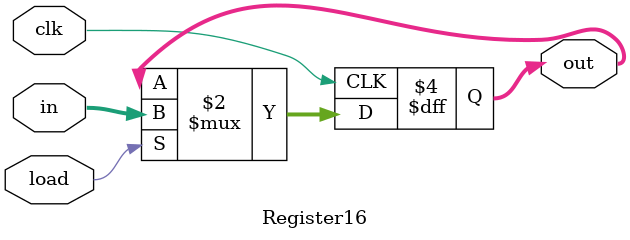
<source format=v>
`timescale 1ns / 1ps

module Register16 (
    input wire [15:0] in,
    input wire load,
    input wire clk,
    output reg [15:0] out
);
    always @(posedge clk) begin
        if (load)
            out <= in;
    end
endmodule

</source>
